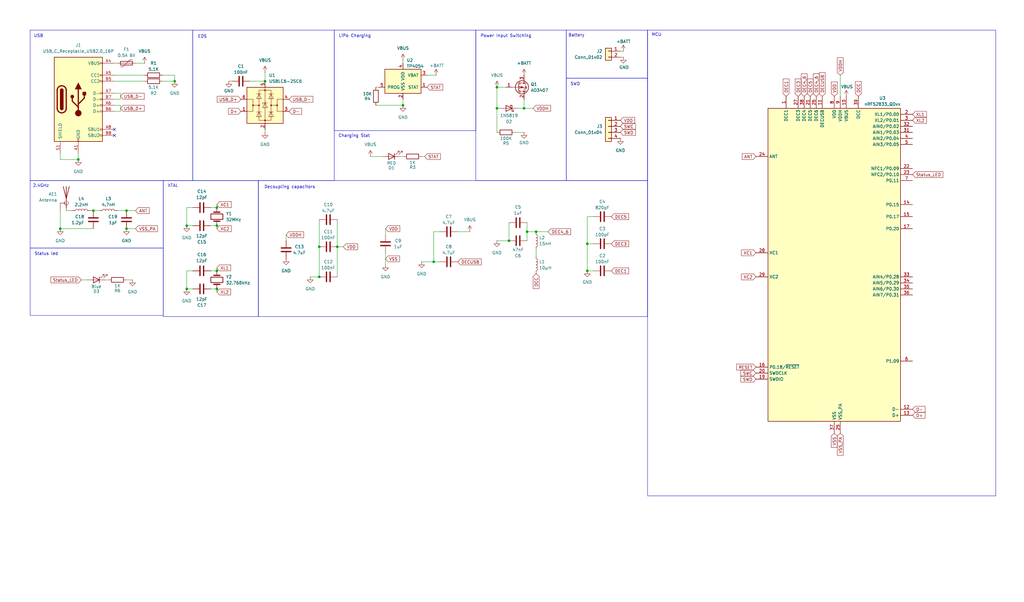
<source format=kicad_sch>
(kicad_sch (version 20250114) (generator "eeschema") (generator_version "9.0")
  (paper "User" 431.8 254)
  (lib_symbols
    (symbol "Device:R" (pin_numbers (hide yes)) (pin_names (offset 0))
      (property "Reference" "R" (at 2.032 0 90))
      (property "Value" "R" (at 0 0 90))
      (symbol "R_1_1"
        (pin passive line (at 0 3.81 270) (length 1.27) (name "~") (number "1"))
        (pin passive line (at 0 -3.81 90) (length 1.27) (name "~") (number "2"))
      )
    )
    (symbol "Library:GND" (power) (pin_numbers (hide yes)) (pin_names (offset 0) (hide yes))
      (property "Value" "GND" (at 0 -3.81 0))
      (symbol "GND_1_1"
        (pin power_in line (at 0 0 270) (length 0) (name "~") (number "1"))
      )
    )
    (symbol "Library:Polyfuse" (pin_numbers (hide yes)) (pin_names (offset 0))
      (property "Reference" "F" (at -2.54 0 90))
      (property "Value" "Polyfuse" (at 2.54 0 90))
      (symbol "Polyfuse_1_1"
        (pin passive line (at 0 3.81 270) (length 1.27) (name "~") (number "1"))
        (pin passive line (at 0 -3.81 90) (length 1.27) (name "~") (number "2"))
      )
    )
    (symbol "PNCATEHO_lowair:+BATT" (power) (pin_numbers (hide yes)) (pin_names (offset 0) (hide yes))
      (property "Value" "+BATT" (at 0 3.556 0))
      (symbol "+BATT_1_1"
        (pin power_in line (at 0 0 90) (length 0) (name "~") (number "1"))
      )
    )
    (symbol "PNCATEHO_lowair:Antenna_Shield" (pin_numbers (hide yes)) (pin_names (offset 1.016) (hide yes))
      (property "Reference" "AE" (at -1.905 4.445 0))
      (property "Value" "Antenna_Shield" (at -1.905 2.54 0))
      (symbol "Antenna_Shield_1_1"
        (pin input line (at 0 -5.08 90) (length 2.54) (name "A") (number "1"))
        (pin input line (at 2.54 -5.08 90) (length 2.54) (name "Shield") (number "2"))
      )
    )
    (symbol "PNCATEHO_lowair:C" (pin_numbers (hide yes)) (pin_names (offset 0.254))
      (property "Reference" "C" (at 0.635 2.54 0))
      (property "Value" "C" (at 0.635 -2.54 0))
      (symbol "C_1_1"
        (pin passive line (at 0 3.81 270) (length 2.794) (name "~") (number "1"))
        (pin passive line (at 0 -3.81 90) (length 2.794) (name "~") (number "2"))
      )
    )
    (symbol "PNCATEHO_lowair:Conn_01x02" (pin_names (offset 1.016) (hide yes))
      (property "Reference" "J" (at 0 2.54 0))
      (property "Value" "Conn_01x02" (at 0 -5.08 0))
      (symbol "Conn_01x02_1_1"
        (pin passive line (at -5.08 0 0) (length 3.81) (name "Pin_1") (number "1"))
        (pin passive line (at -5.08 -2.54 0) (length 3.81) (name "Pin_2") (number "2"))
      )
    )
    (symbol "PNCATEHO_lowair:Conn_01x04" (pin_names (offset 1.016) (hide yes))
      (property "Reference" "J" (at 0 5.08 0))
      (property "Value" "Conn_01x04" (at 0 -7.62 0))
      (symbol "Conn_01x04_1_1"
        (pin passive line (at -5.08 2.54 0) (length 3.81) (name "Pin_1") (number "1"))
        (pin passive line (at -5.08 0 0) (length 3.81) (name "Pin_2") (number "2"))
        (pin passive line (at -5.08 -2.54 0) (length 3.81) (name "Pin_3") (number "3"))
        (pin passive line (at -5.08 -5.08 0) (length 3.81) (name "Pin_4") (number "4"))
      )
    )
    (symbol "PNCATEHO_lowair:Crystal" (pin_numbers (hide yes)) (pin_names (offset 1.016) (hide yes))
      (property "Reference" "Y" (at 0 3.81 0))
      (property "Value" "Crystal" (at 0 -3.81 0))
      (symbol "Crystal_1_1"
        (pin passive line (at -3.81 0 0) (length 1.27) (name "1") (number "1"))
        (pin passive line (at 3.81 0 180) (length 1.27) (name "2") (number "2"))
      )
    )
    (symbol "PNCATEHO_lowair:D_Schottky" (pin_numbers (hide yes)) (pin_names (offset 1.016) (hide yes))
      (property "Reference" "D" (at 0 2.54 0))
      (property "Value" "D_Schottky" (at 0 -2.54 0))
      (symbol "D_Schottky_1_1"
        (pin passive line (at -3.81 0 0) (length 2.54) (name "K") (number "1"))
        (pin passive line (at 3.81 0 180) (length 2.54) (name "A") (number "2"))
      )
    )
    (symbol "PNCATEHO_lowair:GND" (power) (pin_numbers (hide yes)) (pin_names (offset 0) (hide yes))
      (property "Value" "GND" (at 0 -3.81 0))
      (symbol "GND_1_1"
        (pin power_in line (at 0 0 270) (length 0) (name "~") (number "1"))
      )
    )
    (symbol "PNCATEHO_lowair:L" (pin_numbers (hide yes)) (pin_names (offset 1.016) (hide yes))
      (property "Reference" "L" (at -1.27 0 90))
      (property "Value" "L" (at 1.905 0 90))
      (symbol "L_1_1"
        (pin passive line (at 0 3.81 270) (length 1.27) (name "1") (number "1"))
        (pin passive line (at 0 -3.81 90) (length 1.27) (name "2") (number "2"))
      )
    )
    (symbol "PNCATEHO_lowair:LED" (pin_numbers (hide yes)) (pin_names (offset 1.016) (hide yes))
      (property "Reference" "D" (at 0 2.54 0))
      (property "Value" "LED" (at 0 -2.54 0))
      (symbol "LED_1_1"
        (pin passive line (at -3.81 0 0) (length 2.54) (name "K") (number "1"))
        (pin passive line (at 3.81 0 180) (length 2.54) (name "A") (number "2"))
      )
    )
    (symbol "PNCATEHO_lowair:MCP73832-2-OT" (pin_names (offset 1.016))
      (property "Reference" "U" (at -7.62 6.35 0))
      (property "Value" "MCP73832-2-OT" (at 1.27 6.35 0))
      (symbol "MCP73832-2-OT_1_1"
        (pin input line (at -10.16 -2.54 0) (length 2.54) (name "PROG") (number "5"))
        (pin power_in line (at 0 7.62 270) (length 2.54) (name "VDD") (number "4"))
        (pin power_in line (at 0 -7.62 90) (length 2.54) (name "VSS") (number "2"))
        (pin power_out line (at 10.16 2.54 180) (length 2.54) (name "VBAT") (number "3"))
        (pin output line (at 10.16 -2.54 180) (length 2.54) (name "STAT") (number "1"))
      )
    )
    (symbol "PNCATEHO_lowair:Q_PMOS_GSD" (pin_names (offset 0) (hide yes))
      (property "Reference" "Q" (at 5.08 1.27 0))
      (property "Value" "Q_PMOS_GSD" (at 5.08 -1.27 0))
      (symbol "Q_PMOS_GSD_1_1"
        (pin input line (at -5.08 0 0) (length 2.54) (name "G") (number "1"))
        (pin passive line (at 2.54 5.08 270) (length 2.54) (name "D") (number "3"))
        (pin passive line (at 2.54 -5.08 90) (length 2.54) (name "S") (number "2"))
      )
    )
    (symbol "PNCATEHO_lowair:R" (pin_numbers (hide yes)) (pin_names (offset 0))
      (property "Reference" "R" (at 2.032 0 90))
      (property "Value" "R" (at 0 0 90))
      (symbol "R_1_1"
        (pin passive line (at 0 3.81 270) (length 1.27) (name "~") (number "1"))
        (pin passive line (at 0 -3.81 90) (length 1.27) (name "~") (number "2"))
      )
    )
    (symbol "PNCATEHO_lowair:USBLC6-2SC6" (pin_names (hide yes))
      (property "Reference" "U" (at 2.54 8.89 0))
      (property "Value" "USBLC6-2SC6" (at 2.54 -8.89 0))
      (symbol "USBLC6-2SC6_1_1"
        (pin passive line (at -10.16 2.54 0) (length 2.54) (name "I/O1") (number "6"))
        (pin passive line (at -10.16 -2.54 0) (length 2.54) (name "I/O1") (number "1"))
        (pin passive line (at 0 10.16 270) (length 2.54) (name "VBUS") (number "5"))
        (pin passive line (at 0 -10.16 90) (length 2.54) (name "GND") (number "2"))
        (pin passive line (at 10.16 2.54 180) (length 2.54) (name "I/O2") (number "4"))
        (pin passive line (at 10.16 -2.54 180) (length 2.54) (name "I/O2") (number "3"))
      )
    )
    (symbol "PNCATEHO_lowair:USB_C_Receptacle_USB2.0_16P" (pin_names (offset 1.016))
      (property "Reference" "J" (at 0 22.225 0))
      (property "Value" "USB_C_Receptacle_USB2.0_16P" (at 0 19.685 0))
      (symbol "USB_C_Receptacle_USB2.0_16P_1_1"
        (pin passive line (at -7.62 -22.86 90) (length 5.08) (name "SHIELD") (number "S1"))
        (pin passive line (at 0 -22.86 90) (length 5.08) (name "GND") (number "A1"))
        (pin passive line (at 0 -22.86 90) (length 5.08) (hide yes) (name "GND") (number "A12"))
        (pin passive line (at 0 -22.86 90) (length 5.08) (hide yes) (name "GND") (number "B1"))
        (pin passive line (at 0 -22.86 90) (length 5.08) (hide yes) (name "GND") (number "B12"))
        (pin passive line (at 15.24 15.24 180) (length 5.08) (name "VBUS") (number "A4"))
        (pin passive line (at 15.24 15.24 180) (length 5.08) (hide yes) (name "VBUS") (number "A9"))
        (pin passive line (at 15.24 15.24 180) (length 5.08) (hide yes) (name "VBUS") (number "B4"))
        (pin passive line (at 15.24 15.24 180) (length 5.08) (hide yes) (name "VBUS") (number "B9"))
        (pin bidirectional line (at 15.24 10.16 180) (length 5.08) (name "CC1") (number "A5"))
        (pin bidirectional line (at 15.24 7.62 180) (length 5.08) (name "CC2") (number "B5"))
        (pin bidirectional line (at 15.24 2.54 180) (length 5.08) (name "D-") (number "A7"))
        (pin bidirectional line (at 15.24 0 180) (length 5.08) (name "D-") (number "B7"))
        (pin bidirectional line (at 15.24 -2.54 180) (length 5.08) (name "D+") (number "A6"))
        (pin bidirectional line (at 15.24 -5.08 180) (length 5.08) (name "D+") (number "B6"))
        (pin bidirectional line (at 15.24 -12.7 180) (length 5.08) (name "SBU1") (number "A8"))
        (pin bidirectional line (at 15.24 -15.24 180) (length 5.08) (name "SBU2") (number "B8"))
      )
    )
    (symbol "PNCATEHO_lowair:VBUS" (power) (pin_numbers (hide yes)) (pin_names (offset 0) (hide yes))
      (property "Value" "VBUS" (at 0 3.556 0))
      (symbol "VBUS_1_1"
        (pin power_in line (at 0 0 90) (length 0) (name "~") (number "1"))
      )
    )
    (symbol "PNCATEHO_lowair:nRF52833_QDxx"
      (property "Reference" "U" (at 0 5.08 0))
      (property "Value" "nRF52833_QDxx" (at 0 2.54 0))
      (symbol "nRF52833_QDxx_1_1"
        (pin passive line (at -33.02 45.72 0) (length 5.08) (name "ANT") (number "24"))
        (pin input line (at -33.02 5.08 0) (length 5.08) (name "XC1") (number "28"))
        (pin input line (at -33.02 -5.08 0) (length 5.08) (name "XC2") (number "29"))
        (pin bidirectional line (at -33.02 -43.18 0) (length 5.08) (name "P0.18/~{RESET}") (number "16"))
        (pin input line (at -33.02 -45.72 0) (length 5.08) (name "SWDCLK") (number "20"))
        (pin bidirectional line (at -33.02 -48.26 0) (length 5.08) (name "SWDIO") (number "19"))
        (pin passive line (at -20.32 71.12 270) (length 5.08) (name "DEC1") (number "1"))
        (pin passive line (at -15.24 71.12 270) (length 5.08) (name "DEC3") (number "27"))
        (pin passive line (at -12.7 71.12 270) (length 5.08) (name "DEC4") (number "38"))
        (pin passive line (at -10.16 71.12 270) (length 5.08) (name "DEC5") (number "21"))
        (pin passive line (at -7.62 71.12 270) (length 5.08) (name "DEC6") (number "26"))
        (pin passive line (at -5.08 71.12 270) (length 5.08) (name "DECUSB") (number "11"))
        (pin passive line (at 0 71.12 270) (length 5.08) (hide yes) (name "VDD") (number "18"))
        (pin passive line (at 0 71.12 270) (length 5.08) (hide yes) (name "VDD") (number "30"))
        (pin passive line (at 0 71.12 270) (length 5.08) (hide yes) (name "VDD") (number "40"))
        (pin power_in line (at 0 71.12 270) (length 5.08) (name "VDD") (number "8"))
        (pin power_in line (at 0 -71.12 90) (length 5.08) (name "VSS") (number "37"))
        (pin passive line (at 0 -71.12 90) (length 5.08) (hide yes) (name "VSS") (number "41"))
        (pin power_in line (at 2.54 71.12 270) (length 5.08) (name "VDDH") (number "9"))
        (pin power_in line (at 2.54 -71.12 90) (length 5.08) (name "VSS_PA") (number "25"))
        (pin power_in line (at 5.08 71.12 270) (length 5.08) (name "VBUS") (number "10"))
        (pin power_out line (at 10.16 71.12 270) (length 5.08) (name "DCC") (number "39"))
        (pin bidirectional line (at 33.02 63.5 180) (length 5.08) (name "XL1/P0.00") (number "2"))
        (pin bidirectional line (at 33.02 60.96 180) (length 5.08) (name "XL2/P0.01") (number "3"))
        (pin bidirectional line (at 33.02 58.42 180) (length 5.08) (name "AIN0/P0.02") (number "32"))
        (pin bidirectional line (at 33.02 55.88 180) (length 5.08) (name "AIN1/P0.03") (number "31"))
        (pin bidirectional line (at 33.02 53.34 180) (length 5.08) (name "AIN2/P0.04") (number "4"))
        (pin bidirectional line (at 33.02 50.8 180) (length 5.08) (name "AIN3/P0.05") (number "5"))
        (pin bidirectional line (at 33.02 40.64 180) (length 5.08) (name "NFC1/P0.09") (number "22"))
        (pin bidirectional line (at 33.02 38.1 180) (length 5.08) (name "NFC2/P0.10") (number "23"))
        (pin bidirectional line (at 33.02 35.56 180) (length 5.08) (name "P0.11") (number "7"))
        (pin bidirectional line (at 33.02 25.4 180) (length 5.08) (name "P0.15") (number "14"))
        (pin bidirectional line (at 33.02 20.32 180) (length 5.08) (name "P0.17") (number "15"))
        (pin bidirectional line (at 33.02 15.24 180) (length 5.08) (name "P0.20") (number "17"))
        (pin bidirectional line (at 33.02 -5.08 180) (length 5.08) (name "AIN4/P0.28") (number "33"))
        (pin bidirectional line (at 33.02 -7.62 180) (length 5.08) (name "AIN5/P0.29") (number "34"))
        (pin bidirectional line (at 33.02 -10.16 180) (length 5.08) (name "AIN6/P0.30") (number "35"))
        (pin bidirectional line (at 33.02 -12.7 180) (length 5.08) (name "AIN7/P0.31") (number "36"))
        (pin bidirectional line (at 33.02 -40.64 180) (length 5.08) (name "P1.09") (number "6"))
        (pin bidirectional line (at 33.02 -60.96 180) (length 5.08) (name "D-") (number "12"))
        (pin bidirectional line (at 33.02 -63.5 180) (length 5.08) (name "D+") (number "13"))
      )
    )
  )
  (rectangle (start 108.966 76.2) (end 273.05 133.604))
  (rectangle (start 140.97 12.7) (end 200.66 55.118))
  (rectangle (start 238.76 33.02) (end 273.05 76.2))
  (rectangle (start 12.7 12.7) (end 81.28 76.2))
  (rectangle (start 81.28 12.7) (end 140.97 76.2))
  (rectangle (start 200.66 12.7) (end 238.76 76.2))
  (rectangle (start 273.05 12.7) (end 419.862 209.296))
  (rectangle (start 12.7 76.2) (end 68.834 104.648))
  (rectangle (start 238.76 12.7) (end 273.05 33.02))
  (rectangle (start 68.834 76.2) (end 108.966 133.604))
  (rectangle (start 12.7 104.648) (end 68.834 133.096))
  (text "EDS" (at 85.344 15.494 0) (effects (font (size 1.27 1.27))))
  (text "Status led" (at 19.558 107.188 0) (effects (font (size 1.27 1.27))))
  (text "Power Input Switching" (at 213.36 15.24 0) (effects (font (size 1.27 1.27))))
  (text "USB" (at 16.256 15.24 0) (effects (font (size 1.27 1.27))))
  (text "LiPo Charging " (at 150.114 15.24 0) (effects (font (size 1.27 1.27))))
  (text "XTAL" (at 72.898 78.486 0) (effects (font (size 1.27 1.27))))
  (text "2.4GHz" (at 17.272 78.486 0) (effects (font (size 1.27 1.27))))
  (text "Charging Stat" (at 149.352 57.404 0) (effects (font (size 1.27 1.27))))
  (text "SWD" (at 242.57 35.56 0) (effects (font (size 1.27 1.27))))
  (text "Battery" (at 243.078 14.986 0) (effects (font (size 1.27 1.27))))
  (text "Decoupling capacitors" (at 122.174 78.994 0) (effects (font (size 1.27 1.27))))
  (text "MCU" (at 276.86 14.732 0) (effects (font (size 1.27 1.27))))
  (junction (at 53.34 88.9))
  (junction (at 220.98 45.72))
  (junction (at 214.63 101.6))
  (junction (at 169.926 44.45))
  (junction (at 91.44 121.92))
  (junction (at 39.37 88.9))
  (junction (at 142.24 104.14))
  (junction (at 91.44 114.3))
  (junction (at 247.65 102.87))
  (junction (at 91.44 95.25))
  (junction (at 222.25 97.79))
  (junction (at 182.88 110.49))
  (junction (at 78.74 95.25))
  (junction (at 111.76 34.29))
  (junction (at 134.62 104.14))
  (junction (at 209.55 45.72))
  (junction (at 33.02 67.31))
  (junction (at 134.62 116.84))
  (junction (at 91.44 87.63))
  (junction (at 78.74 121.92))
  (junction (at 209.55 36.83))
  (junction (at 25.4 96.52))
  (junction (at 53.34 96.52))
  (junction (at 73.66 34.29))
  (junction (at 247.65 114.3))
  (junction (at 226.06 97.79))
  (no_connect (at 48.26 54.61))
  (no_connect (at 48.26 57.15))
  (wire (pts (xy 169.926 25.4) (xy 169.926 26.67)))
  (wire (pts (xy 247.65 102.87) (xy 247.65 114.3)))
  (wire (pts (xy 169.926 41.91) (xy 169.926 44.45)))
  (wire (pts (xy 214.63 93.98) (xy 214.63 101.6)))
  (wire (pts (xy 81.28 87.63) (xy 78.74 87.63)))
  (wire (pts (xy 53.34 88.9) (xy 49.53 88.9)))
  (wire (pts (xy 39.37 88.9) (xy 38.1 88.9)))
  (wire (pts (xy 182.88 110.49) (xy 185.42 110.49)))
  (wire (pts (xy 88.9 95.25) (xy 91.44 95.25)))
  (wire (pts (xy 120.65 99.06) (xy 120.65 101.6)))
  (wire (pts (xy 250.19 91.44) (xy 247.65 91.44)))
  (wire (pts (xy 88.9 121.92) (xy 91.44 121.92)))
  (wire (pts (xy 210.82 45.72) (xy 209.55 45.72)))
  (wire (pts (xy 250.19 102.87) (xy 247.65 102.87)))
  (wire (pts (xy 209.55 45.72) (xy 209.55 55.88)))
  (wire (pts (xy 111.76 55.88) (xy 111.76 54.61)))
  (wire (pts (xy 142.24 92.71) (xy 142.24 104.14)))
  (wire (pts (xy 78.74 87.63) (xy 78.74 95.25)))
  (wire (pts (xy 50.8 44.45) (xy 50.8 46.99)))
  (wire (pts (xy 41.91 88.9) (xy 39.37 88.9)))
  (wire (pts (xy 91.44 113.03) (xy 91.44 114.3)))
  (wire (pts (xy 262.89 21.59) (xy 261.62 21.59)))
  (wire (pts (xy 262.89 24.13) (xy 261.62 24.13)))
  (wire (pts (xy 183.896 31.75) (xy 180.086 31.75)))
  (wire (pts (xy 50.8 39.37) (xy 50.8 41.91)))
  (wire (pts (xy 57.15 96.52) (xy 53.34 96.52)))
  (wire (pts (xy 91.44 86.36) (xy 91.44 87.63)))
  (wire (pts (xy 213.36 36.83) (xy 209.55 36.83)))
  (wire (pts (xy 25.4 67.31) (xy 25.4 64.77)))
  (wire (pts (xy 144.78 104.14) (xy 142.24 104.14)))
  (wire (pts (xy 88.9 87.63) (xy 91.44 87.63)))
  (wire (pts (xy 57.15 88.9) (xy 53.34 88.9)))
  (wire (pts (xy 222.25 97.79) (xy 226.06 97.79)))
  (wire (pts (xy 247.65 114.3) (xy 250.19 114.3)))
  (wire (pts (xy 60.96 31.75) (xy 48.26 31.75)))
  (wire (pts (xy 177.8 110.49) (xy 182.88 110.49)))
  (wire (pts (xy 134.62 92.71) (xy 134.62 104.14)))
  (wire (pts (xy 78.74 114.3) (xy 78.74 121.92)))
  (wire (pts (xy 209.55 36.83) (xy 209.55 45.72)))
  (wire (pts (xy 25.4 88.9) (xy 25.4 96.52)))
  (wire (pts (xy 48.26 46.99) (xy 50.8 46.99)))
  (wire (pts (xy 222.25 93.98) (xy 222.25 97.79)))
  (wire (pts (xy 33.02 64.77) (xy 33.02 67.31)))
  (wire (pts (xy 25.4 96.52) (xy 39.37 96.52)))
  (wire (pts (xy 30.48 88.9) (xy 27.94 88.9)))
  (wire (pts (xy 44.45 118.11) (xy 45.72 118.11)))
  (wire (pts (xy 182.88 97.79) (xy 182.88 110.49)))
  (wire (pts (xy 73.66 34.29) (xy 68.58 34.29)))
  (wire (pts (xy 226.06 105.41) (xy 226.06 107.95)))
  (wire (pts (xy 220.98 41.91) (xy 220.98 45.72)))
  (wire (pts (xy 220.98 45.72) (xy 224.79 45.72)))
  (wire (pts (xy 78.74 121.92) (xy 81.28 121.92)))
  (wire (pts (xy 134.62 104.14) (xy 134.62 116.84)))
  (wire (pts (xy 247.65 91.44) (xy 247.65 102.87)))
  (wire (pts (xy 81.28 114.3) (xy 78.74 114.3)))
  (wire (pts (xy 226.06 97.79) (xy 231.14 97.79)))
  (wire (pts (xy 91.44 123.19) (xy 91.44 121.92)))
  (wire (pts (xy 198.12 97.79) (xy 193.04 97.79)))
  (wire (pts (xy 105.41 34.29) (xy 111.76 34.29)))
  (wire (pts (xy 73.66 31.75) (xy 73.66 34.29)))
  (wire (pts (xy 60.96 34.29) (xy 48.26 34.29)))
  (wire (pts (xy 209.55 101.6) (xy 214.63 101.6)))
  (wire (pts (xy 162.56 111.76) (xy 162.56 106.68)))
  (wire (pts (xy 60.96 26.67) (xy 57.15 26.67)))
  (wire (pts (xy 48.26 41.91) (xy 50.8 41.91)))
  (wire (pts (xy 220.98 55.88) (xy 217.17 55.88)))
  (wire (pts (xy 158.496 36.83) (xy 159.766 36.83)))
  (wire (pts (xy 111.76 30.48) (xy 111.76 34.29)))
  (wire (pts (xy 177.8 66.04) (xy 179.07 66.04)))
  (wire (pts (xy 162.56 96.52) (xy 162.56 99.06)))
  (wire (pts (xy 78.74 95.25) (xy 81.28 95.25)))
  (wire (pts (xy 88.9 114.3) (xy 91.44 114.3)))
  (wire (pts (xy 48.26 44.45) (xy 50.8 44.45)))
  (wire (pts (xy 91.44 96.52) (xy 91.44 95.25)))
  (wire (pts (xy 182.88 97.79) (xy 185.42 97.79)))
  (wire (pts (xy 48.26 39.37) (xy 50.8 39.37)))
  (wire (pts (xy 169.926 44.45) (xy 158.496 44.45)))
  (wire (pts (xy 222.25 97.79) (xy 222.25 101.6)))
  (wire (pts (xy 142.24 104.14) (xy 142.24 116.84)))
  (wire (pts (xy 156.21 66.04) (xy 161.29 66.04)))
  (wire (pts (xy 33.02 67.31) (xy 25.4 67.31)))
  (wire (pts (xy 49.53 26.67) (xy 48.26 26.67)))
  (wire (pts (xy 354.33 31.75) (xy 354.33 40.64)))
  (wire (pts (xy 218.44 45.72) (xy 220.98 45.72)))
  (wire (pts (xy 130.81 116.84) (xy 134.62 116.84)))
  (wire (pts (xy 168.91 66.04) (xy 170.18 66.04)))
  (wire (pts (xy 53.34 118.11) (xy 55.88 118.11)))
  (wire (pts (xy 96.52 34.29) (xy 97.79 34.29)))
  (wire (pts (xy 34.29 118.11) (xy 36.83 118.11)))
  (wire (pts (xy 68.58 31.75) (xy 73.66 31.75)))
  (global_label "VSS" (shape input) (at 162.56 109.22 0) (property "Intersheetrefs" "${INTERSHEET_REFS}" (effects (hide yes))))
  (global_label "USB_D-" (shape input) (at 121.92 41.91 0) (property "Intersheetrefs" "${INTERSHEET_REFS}" (effects (hide yes))))
  (global_label "STAT" (shape input) (at 179.07 66.04 0) (property "Intersheetrefs" "${INTERSHEET_REFS}" (effects (hide yes))))
  (global_label "USB_D+" (shape input) (at 50.8 45.72 0) (property "Intersheetrefs" "${INTERSHEET_REFS}" (effects (hide yes))))
  (global_label "DEC1" (shape input) (at 257.81 114.3 0) (property "Intersheetrefs" "${INTERSHEET_REFS}" (effects (hide yes))))
  (global_label "DEC5" (shape input) (at 341.63 40.64 90) (property "Intersheetrefs" "${INTERSHEET_REFS}" (effects (hide yes))))
  (global_label "DEC1" (shape input) (at 331.47 40.64 90) (property "Intersheetrefs" "${INTERSHEET_REFS}" (effects (hide yes))))
  (global_label "ANT" (shape input) (at 57.15 88.9 0) (property "Intersheetrefs" "${INTERSHEET_REFS}" (effects (hide yes))))
  (global_label "USB_D-" (shape input) (at 50.8 40.64 0) (property "Intersheetrefs" "${INTERSHEET_REFS}" (effects (hide yes))))
  (global_label "VDD" (shape input) (at 351.79 40.64 90) (property "Intersheetrefs" "${INTERSHEET_REFS}" (effects (hide yes))))
  (global_label "Status_LED" (shape input) (at 384.81 73.66 0) (property "Intersheetrefs" "${INTERSHEET_REFS}" (effects (hide yes))))
  (global_label "XL1" (shape input) (at 91.44 113.03 0) (property "Intersheetrefs" "${INTERSHEET_REFS}" (effects (hide yes))))
  (global_label "DCC" (shape input) (at 361.95 40.64 90) (property "Intersheetrefs" "${INTERSHEET_REFS}" (effects (hide yes))))
  (global_label "DECUSB" (shape input) (at 346.71 40.64 90) (property "Intersheetrefs" "${INTERSHEET_REFS}" (effects (hide yes))))
  (global_label "DECUSB" (shape input) (at 193.04 110.49 0) (property "Intersheetrefs" "${INTERSHEET_REFS}" (effects (hide yes))))
  (global_label "SWD" (shape input) (at 261.62 55.88 0) (property "Intersheetrefs" "${INTERSHEET_REFS}" (effects (hide yes))))
  (global_label "RESET" (shape input) (at 318.77 154.94 180) (property "Intersheetrefs" "${INTERSHEET_REFS}" (effects (hide yes))))
  (global_label "XC1" (shape input) (at 91.44 86.36 0) (property "Intersheetrefs" "${INTERSHEET_REFS}" (effects (hide yes))))
  (global_label "XC1" (shape input) (at 318.77 106.68 180) (property "Intersheetrefs" "${INTERSHEET_REFS}" (effects (hide yes))))
  (global_label "XC2" (shape input) (at 318.77 116.84 180) (property "Intersheetrefs" "${INTERSHEET_REFS}" (effects (hide yes))))
  (global_label "VSS" (shape input) (at 351.79 182.88 270) (property "Intersheetrefs" "${INTERSHEET_REFS}" (effects (hide yes))))
  (global_label "XC2" (shape input) (at 91.44 96.52 0) (property "Intersheetrefs" "${INTERSHEET_REFS}" (effects (hide yes))))
  (global_label "ANT" (shape input) (at 318.77 66.04 180) (property "Intersheetrefs" "${INTERSHEET_REFS}" (effects (hide yes))))
  (global_label "SWC" (shape input) (at 318.77 157.48 180) (property "Intersheetrefs" "${INTERSHEET_REFS}" (effects (hide yes))))
  (global_label "STAT" (shape input) (at 180.086 36.83 0) (property "Intersheetrefs" "${INTERSHEET_REFS}" (effects (hide yes))))
  (global_label "D+" (shape input) (at 384.81 175.26 0) (property "Intersheetrefs" "${INTERSHEET_REFS}" (effects (hide yes))))
  (global_label "SWC" (shape input) (at 261.62 53.34 0) (property "Intersheetrefs" "${INTERSHEET_REFS}" (effects (hide yes))))
  (global_label "USB_D+" (shape input) (at 101.6 41.91 180) (property "Intersheetrefs" "${INTERSHEET_REFS}" (effects (hide yes))))
  (global_label "VDD" (shape input) (at 261.62 50.8 0) (property "Intersheetrefs" "${INTERSHEET_REFS}" (effects (hide yes))))
  (global_label "XL2" (shape input) (at 384.81 50.8 0) (property "Intersheetrefs" "${INTERSHEET_REFS}" (effects (hide yes))))
  (global_label "XL2" (shape input) (at 91.44 123.19 0) (property "Intersheetrefs" "${INTERSHEET_REFS}" (effects (hide yes))))
  (global_label "DEC4_6" (shape input) (at 339.09 40.64 90) (property "Intersheetrefs" "${INTERSHEET_REFS}" (effects (hide yes))))
  (global_label "Status_LED" (shape input) (at 34.29 118.11 180) (property "Intersheetrefs" "${INTERSHEET_REFS}" (effects (hide yes))))
  (global_label "VDDH" (shape input) (at 354.33 31.75 90) (property "Intersheetrefs" "${INTERSHEET_REFS}" (effects (hide yes))))
  (global_label "DEC3" (shape input) (at 257.81 102.87 0) (property "Intersheetrefs" "${INTERSHEET_REFS}" (effects (hide yes))))
  (global_label "DEC4_6" (shape input) (at 231.14 97.79 0) (property "Intersheetrefs" "${INTERSHEET_REFS}" (effects (hide yes))))
  (global_label "VSS_PA" (shape input) (at 57.15 96.52 0) (property "Intersheetrefs" "${INTERSHEET_REFS}" (effects (hide yes))))
  (global_label "VDD" (shape input) (at 162.56 96.52 0) (property "Intersheetrefs" "${INTERSHEET_REFS}" (effects (hide yes))))
  (global_label "XL1" (shape input) (at 384.81 48.26 0) (property "Intersheetrefs" "${INTERSHEET_REFS}" (effects (hide yes))))
  (global_label "VDD" (shape input) (at 144.78 104.14 0) (property "Intersheetrefs" "${INTERSHEET_REFS}" (effects (hide yes))))
  (global_label "VSS_PA" (shape input) (at 354.33 182.88 270) (property "Intersheetrefs" "${INTERSHEET_REFS}" (effects (hide yes))))
  (global_label "DEC4_6" (shape input) (at 344.17 40.64 90) (property "Intersheetrefs" "${INTERSHEET_REFS}" (effects (hide yes))))
  (global_label "DCC" (shape input) (at 226.06 115.57 270) (property "Intersheetrefs" "${INTERSHEET_REFS}" (effects (hide yes))))
  (global_label "DEC3" (shape input) (at 336.55 40.64 90) (property "Intersheetrefs" "${INTERSHEET_REFS}" (effects (hide yes))))
  (global_label "D-" (shape input) (at 384.81 172.72 0) (property "Intersheetrefs" "${INTERSHEET_REFS}" (effects (hide yes))))
  (global_label "VDDH" (shape input) (at 120.65 99.06 0) (property "Intersheetrefs" "${INTERSHEET_REFS}" (effects (hide yes))))
  (global_label "VDDH" (shape input) (at 224.79 45.72 0) (property "Intersheetrefs" "${INTERSHEET_REFS}" (effects (hide yes))))
  (global_label "DEC5" (shape input) (at 257.81 91.44 0) (property "Intersheetrefs" "${INTERSHEET_REFS}" (effects (hide yes))))
  (global_label "D-" (shape input) (at 121.92 46.99 0) (property "Intersheetrefs" "${INTERSHEET_REFS}" (effects (hide yes))))
  (global_label "D+" (shape input) (at 101.6 46.99 180) (property "Intersheetrefs" "${INTERSHEET_REFS}" (effects (hide yes))))
  (global_label "SWD" (shape input) (at 318.77 160.02 180) (property "Intersheetrefs" "${INTERSHEET_REFS}" (effects (hide yes))))
  (symbol (lib_id "PNCATEHO_lowair:L") (at 226.06 101.6 0) (unit 1)
    (property "Reference" "L2" (at 227.33 100.3299 0) (effects (justify left)))
    (property "Value" "15nH" (at 227.33 102.8699 0) (effects (justify left)))
    (property "Footprint" "PNCATEHO_lowair:L_0402_1005Metric_Pad0.77x0.64mm_HandSolder" (effects (hide yes)))
    (property "Description" "Inductor" (effects (hide yes)))
  )
  (symbol (lib_id "PNCATEHO_lowair:C") (at 189.23 110.49 90) (unit 1)
    (property "Reference" "C8" (at 189.23 104.14 90))
    (property "Value" "4.7uF" (at 189.23 106.68 90))
    (property "Footprint" "PNCATEHO_lowair:C_0603_1608Metric_Pad1.08x0.95mm_HandSolder" (effects (hide yes)))
    (property "Description" "Unpolarized capacitor" (effects (hide yes)))
  )
  (symbol (lib_id "PNCATEHO_lowair:R") (at 173.99 66.04 270) (unit 1)
    (property "Reference" "R3" (at 173.99 70.612 90))
    (property "Value" "1K" (at 173.99 68.58 90))
    (property "Footprint" "PNCATEHO_lowair:R_0603_1608Metric_Pad0.98x0.95mm_HandSolder" (effects (hide yes)))
    (property "Description" "Resistor" (effects (hide yes)))
  )
  (symbol (lib_id "PNCATEHO_lowair:GND") (at 247.65 114.3 0) (unit 1)
    (property "Reference" "#PWR013" (effects (hide yes)))
    (property "Value" "GND" (at 247.65 119.0625 0))
    (property "Description" "Power symbol creates a global label with name \"GND\" , ground" (effects (hide yes)))
  )
  (symbol (lib_id "PNCATEHO_lowair:D_Schottky") (at 214.63 45.72 180) (unit 1)
    (property "Reference" "D2" (at 214.63 51.308 0))
    (property "Value" "1N5819" (at 214.63 48.768 0))
    (property "Footprint" "PNCATEHO_lowair:D_SOD-323_HandSoldering" (effects (hide yes)))
    (property "Description" "Schottky diode" (effects (hide yes)))
  )
  (symbol (lib_id "PNCATEHO_lowair:GND") (at 53.34 96.52 0) (mirror y) (unit 1)
    (property "Reference" "#PWR028" (effects (hide yes)))
    (property "Value" "GND" (at 53.34 101.6 0))
    (property "Description" "Power symbol creates a global label with name \"GND\" , ground" (effects (hide yes)))
  )
  (symbol (lib_id "Device:R") (at 64.77 34.29 270) (unit 1)
    (property "Reference" "R2" (at 64.77 39.37 90))
    (property "Value" "5.1K" (at 64.77 36.83 90))
    (property "Footprint" "PNCATEHO_lowair:R_0603_1608Metric_Pad0.98x0.95mm_HandSolder" (effects (hide yes)))
    (property "Description" "Resistor" (effects (hide yes)))
  )
  (symbol (lib_id "PNCATEHO_lowair:VBUS") (at 169.926 25.4 0) (mirror y) (unit 1)
    (property "Reference" "#PWR011" (effects (hide yes)))
    (property "Value" "VBUS" (at 169.926 20.32 0))
    (property "Description" "Power symbol creates a global label with name \"VBUS\"" (effects (hide yes)))
  )
  (symbol (lib_id "Library:GND") (at 96.52 34.29 0) (unit 1)
    (property "Reference" "#PWR05" (effects (hide yes)))
    (property "Value" "GND" (at 96.52 38.354 0))
    (property "Description" "Global ground symbol" (effects (hide yes)))
  )
  (symbol (lib_id "PNCATEHO_lowair:L") (at 34.29 88.9 270) (mirror x) (unit 1)
    (property "Reference" "L4" (at 34.29 83.82 90))
    (property "Value" "2.2nH" (at 34.29 86.36 90))
    (property "Footprint" "PNCATEHO_lowair:L_0201_0603Metric_Pad0.64x0.40mm_HandSolder" (effects (hide yes)))
    (property "Description" "Inductor" (effects (hide yes)))
  )
  (symbol (lib_id "PNCATEHO_lowair:C") (at 254 114.3 90) (unit 1)
    (property "Reference" "C2" (at 254 107.95 90))
    (property "Value" "100nF" (at 254 110.49 90))
    (property "Footprint" "PNCATEHO_lowair:C_0201_0603Metric_Pad0.64x0.40mm_HandSolder" (effects (hide yes)))
    (property "Description" "Unpolarized capacitor" (effects (hide yes)))
  )
  (symbol (lib_id "PNCATEHO_lowair:MCP73832-2-OT") (at 169.926 34.29 0) (unit 1)
    (property "Reference" "U2" (at 171.45 25.4 0) (effects (justify left)))
    (property "Value" "TP4054" (at 171.45 27.94 0) (effects (justify left)))
    (property "Footprint" "PNCATEHO_lowair:SOT-23-5" (effects (hide yes)))
    (property "Datasheet" "http://ww1.microchip.com/downloads/en/DeviceDoc/20001984g.pdf" (effects (hide yes)))
    (property "Description" "Single cell, Li-Ion/Li-Po charge management controller, 4.20V, Open-Drain Status Output, in SOT23-5 package" (effects (hide yes)))
  )
  (symbol (lib_id "PNCATEHO_lowair:GND") (at 55.88 118.11 0) (unit 1)
    (property "Reference" "#PWR029" (effects (hide yes)))
    (property "Value" "GND" (at 55.88 123.19 0))
    (property "Description" "Power symbol creates a global label with name \"GND\" , ground" (effects (hide yes)))
  )
  (symbol (lib_id "PNCATEHO_lowair:Antenna_Shield") (at 27.94 83.82 0) (mirror y) (unit 1)
    (property "Reference" "AE1" (at 24.13 81.9149 0) (effects (justify left)))
    (property "Value" "Antenna" (at 24.13 84.4549 0) (effects (justify left)))
    (property "Footprint" "PNCATEHO_lowair:Texas_SWRA117D_2.4GHz_Left" (effects (hide yes)))
    (property "Description" "Antenna with extra pin for shielding" (effects (hide yes)))
  )
  (symbol (lib_id "PNCATEHO_lowair:C") (at 218.44 93.98 90) (unit 1)
    (property "Reference" "C5" (at 218.44 87.376 90))
    (property "Value" "1uF" (at 218.44 89.916 90))
    (property "Footprint" "PNCATEHO_lowair:C_0402_1005Metric_Pad0.74x0.62mm_HandSolder" (effects (hide yes)))
    (property "Description" "Unpolarized capacitor" (effects (hide yes)))
  )
  (symbol (lib_id "PNCATEHO_lowair:C") (at 218.44 101.6 90) (unit 1)
    (property "Reference" "C6" (at 218.44 107.95 90))
    (property "Value" "47nF" (at 218.44 105.41 90))
    (property "Footprint" "PNCATEHO_lowair:C_0201_0603Metric_Pad0.64x0.40mm_HandSolder" (effects (hide yes)))
    (property "Description" "Unpolarized capacitor" (effects (hide yes)))
  )
  (symbol (lib_id "PNCATEHO_lowair:R") (at 158.496 40.64 0) (mirror y) (unit 1)
    (property "Reference" "R4" (at 154.94 41.656 0))
    (property "Value" "10K" (at 154.94 39.624 0))
    (property "Footprint" "PNCATEHO_lowair:R_0603_1608Metric_Pad0.98x0.95mm_HandSolder" (effects (hide yes)))
    (property "Description" "Resistor" (effects (hide yes)))
  )
  (symbol (lib_id "PNCATEHO_lowair:Conn_01x02") (at 256.54 21.59 0) (mirror y) (unit 1)
    (property "Reference" "J2" (at 254 21.5899 0) (effects (justify left)))
    (property "Value" "Conn_01x02" (at 254 24.1299 0) (effects (justify left)))
    (property "Description" "Generic connector, single row, 01x02, script generated (kicad-library-utils/schlib/autogen/connector/)" (effects (hide yes)))
  )
  (symbol (lib_id "PNCATEHO_lowair:C") (at 85.09 87.63 90) (unit 1)
    (property "Reference" "C14" (at 85.09 80.772 90))
    (property "Value" "12pF" (at 85.09 83.312 90))
    (property "Footprint" "PNCATEHO_lowair:C_0201_0603Metric_Pad0.64x0.40mm_HandSolder" (effects (hide yes)))
    (property "Description" "Unpolarized capacitor" (effects (hide yes)))
  )
  (symbol (lib_id "PNCATEHO_lowair:GND") (at 262.89 24.13 0) (mirror y) (unit 1)
    (property "Reference" "#PWR014" (effects (hide yes)))
    (property "Value" "GND" (at 263.144 28.448 0))
    (property "Description" "Power symbol creates a global label with name \"GND\" , ground" (effects (hide yes)))
  )
  (symbol (lib_id "PNCATEHO_lowair:Conn_01x04") (at 256.54 53.34 0) (mirror y) (unit 1)
    (property "Reference" "J3" (at 254 53.3399 0) (effects (justify left)))
    (property "Value" "Conn_01x04" (at 254 55.8799 0) (effects (justify left)))
    (property "Footprint" "PNCATEHO_lowair:connector_swd_REV" (effects (hide yes)))
    (property "Description" "Generic connector, single row, 01x04, script generated (kicad-library-utils/schlib/autogen/connector/)" (effects (hide yes)))
  )
  (symbol (lib_id "PNCATEHO_lowair:+BATT") (at 262.89 21.59 0) (mirror y) (unit 1)
    (property "Reference" "#PWR015" (effects (hide yes)))
    (property "Value" "+BATT" (at 262.89 17.526 0))
    (property "Description" "Power symbol creates a global label with name \"+BATT\"" (effects (hide yes)))
  )
  (symbol (lib_id "PNCATEHO_lowair:C") (at 189.23 97.79 90) (unit 1)
    (property "Reference" "C7" (at 189.23 91.44 90))
    (property "Value" "4.7uF" (at 189.23 93.98 90))
    (property "Footprint" "PNCATEHO_lowair:C_0603_1608Metric_Pad1.08x0.95mm_HandSolder" (effects (hide yes)))
    (property "Description" "Unpolarized capacitor" (effects (hide yes)))
  )
  (symbol (lib_id "PNCATEHO_lowair:Q_PMOS_GSD") (at 218.44 36.83 0) (unit 1)
    (property "Reference" "Q1" (at 223.774 35.56 0) (effects (justify left)))
    (property "Value" "AO3407" (at 223.774 38.1 0) (effects (justify left)))
    (property "Footprint" "PNCATEHO_lowair:SOT-23" (effects (hide yes)))
    (property "Description" "P-MOSFET transistor, gate/source/drain" (effects (hide yes)))
  )
  (symbol (lib_id "PNCATEHO_lowair:VBUS") (at 356.87 40.64 0) (unit 1)
    (property "Reference" "#PWR018" (effects (hide yes)))
    (property "Value" "VBUS" (at 357.124 36.576 0))
    (property "Description" "Power symbol creates a global label with name \"VBUS\"" (effects (hide yes)))
  )
  (symbol (lib_id "PNCATEHO_lowair:VBUS") (at 198.12 97.79 0) (unit 1)
    (property "Reference" "#PWR019" (effects (hide yes)))
    (property "Value" "VBUS" (at 198.12 92.71 0))
    (property "Description" "Power symbol creates a global label with name \"VBUS\"" (effects (hide yes)))
  )
  (symbol (lib_id "Library:GND") (at 111.76 55.88 0) (unit 1)
    (property "Reference" "#PWR04" (effects (hide yes)))
    (property "Value" "GND" (at 111.76 60.96 0))
    (property "Description" "Global ground symbol" (effects (hide yes)))
  )
  (symbol (lib_id "PNCATEHO_lowair:Crystal") (at 91.44 91.44 90) (unit 1)
    (property "Reference" "Y1" (at 95.25 90.1699 90) (effects (justify right)))
    (property "Value" "32MHz" (at 95.25 92.7099 90) (effects (justify right)))
    (property "Description" "Two pin crystal" (effects (hide yes)))
  )
  (symbol (lib_id "PNCATEHO_lowair:C") (at 120.65 105.41 0) (unit 1)
    (property "Reference" "C13" (at 126.238 104.14 0))
    (property "Value" "4.7uF" (at 126.238 106.68 0))
    (property "Footprint" "PNCATEHO_lowair:C_0603_1608Metric_Pad1.08x0.95mm_HandSolder" (effects (hide yes)))
    (property "Description" "Unpolarized capacitor" (effects (hide yes)))
  )
  (symbol (lib_id "PNCATEHO_lowair:C") (at 138.43 116.84 90) (unit 1)
    (property "Reference" "C12" (at 138.43 110.49 90))
    (property "Value" "100nF" (at 138.43 113.03 90))
    (property "Footprint" "PNCATEHO_lowair:C_0201_0603Metric_Pad0.64x0.40mm_HandSolder" (effects (hide yes)))
    (property "Description" "Unpolarized capacitor" (effects (hide yes)))
  )
  (symbol (lib_id "PNCATEHO_lowair:R") (at 49.53 118.11 270) (unit 1)
    (property "Reference" "R6" (at 49.53 122.682 90))
    (property "Value" "1K" (at 49.53 120.65 90))
    (property "Footprint" "PNCATEHO_lowair:R_0603_1608Metric_Pad0.98x0.95mm_HandSolder" (effects (hide yes)))
    (property "Description" "Resistor" (effects (hide yes)))
  )
  (symbol (lib_id "PNCATEHO_lowair:+BATT") (at 220.98 31.75 0) (unit 1)
    (property "Reference" "#PWR07" (effects (hide yes)))
    (property "Value" "+BATT" (at 220.98 26.67 0))
    (property "Description" "Power symbol creates a global label with name \"+BATT\"" (effects (hide yes)))
  )
  (symbol (lib_id "PNCATEHO_lowair:C") (at 53.34 92.71 0) (mirror x) (unit 1)
    (property "Reference" "C19" (at 49.53 91.4399 0) (effects (justify right)))
    (property "Value" "1pF" (at 49.53 93.9799 0) (effects (justify right)))
    (property "Footprint" "PNCATEHO_lowair:C_0201_0603Metric_Pad0.64x0.40mm_HandSolder" (effects (hide yes)))
    (property "Description" "Unpolarized capacitor" (effects (hide yes)))
  )
  (symbol (lib_id "PNCATEHO_lowair:VBUS") (at 156.21 66.04 0) (unit 1)
    (property "Reference" "#PWR024" (effects (hide yes)))
    (property "Value" "VBUS" (at 156.21 60.96 0))
    (property "Description" "Power symbol creates a global label with name \"VBUS\"" (effects (hide yes)))
  )
  (symbol (lib_id "PNCATEHO_lowair:GND") (at 162.56 111.76 0) (unit 1)
    (property "Reference" "#PWR021" (effects (hide yes)))
    (property "Value" "GND" (at 162.56 116.84 0))
    (property "Description" "Power symbol creates a global label with name \"GND\" , ground" (effects (hide yes)))
  )
  (symbol (lib_id "PNCATEHO_lowair:C") (at 254 91.44 90) (unit 1)
    (property "Reference" "C4" (at 254 85.09 90))
    (property "Value" "820pF" (at 254 87.63 90))
    (property "Footprint" "PNCATEHO_lowair:C_0201_0603Metric_Pad0.64x0.40mm_HandSolder" (effects (hide yes)))
    (property "Description" "Unpolarized capacitor" (effects (hide yes)))
  )
  (symbol (lib_id "PNCATEHO_lowair:C") (at 85.09 95.25 270) (unit 1)
    (property "Reference" "C15" (at 85.09 102.108 90))
    (property "Value" "12pF" (at 85.09 99.568 90))
    (property "Footprint" "PNCATEHO_lowair:C_0201_0603Metric_Pad0.64x0.40mm_HandSolder" (effects (hide yes)))
    (property "Description" "Unpolarized capacitor" (effects (hide yes)))
  )
  (symbol (lib_id "PNCATEHO_lowair:GND") (at 78.74 121.92 0) (unit 1)
    (property "Reference" "#PWR026" (effects (hide yes)))
    (property "Value" "GND" (at 78.74 127 0))
    (property "Description" "Power symbol creates a global label with name \"GND\" , ground" (effects (hide yes)))
  )
  (symbol (lib_id "PNCATEHO_lowair:GND") (at 220.98 55.88 0) (unit 1)
    (property "Reference" "#PWR012" (effects (hide yes)))
    (property "Value" "GND" (at 220.98 60.198 0))
    (property "Description" "Power symbol creates a global label with name \"GND\" , ground" (effects (hide yes)))
  )
  (symbol (lib_id "PNCATEHO_lowair:VBUS") (at 60.96 26.67 0) (unit 1)
    (property "Reference" "#PWR03" (effects (hide yes)))
    (property "Value" "VBUS" (at 60.96 21.59 0))
    (property "Description" "Power symbol creates a global label with name \"VBUS\"" (effects (hide yes)))
  )
  (symbol (lib_id "PNCATEHO_lowair:C") (at 138.43 92.71 90) (unit 1)
    (property "Reference" "C10" (at 138.43 86.36 90))
    (property "Value" "4.7uF" (at 138.43 88.9 90))
    (property "Footprint" "PNCATEHO_lowair:C_0603_1608Metric_Pad1.08x0.95mm_HandSolder" (effects (hide yes)))
    (property "Description" "Unpolarized capacitor" (effects (hide yes)))
  )
  (symbol (lib_id "PNCATEHO_lowair:C") (at 101.6 34.29 90) (unit 1)
    (property "Reference" "C1" (at 101.6 27.94 90))
    (property "Value" "100nF" (at 101.6 30.48 90))
    (property "Footprint" "PNCATEHO_lowair:C_0201_0603Metric_Pad0.64x0.40mm_HandSolder" (effects (hide yes)))
    (property "Description" "Unpolarized capacitor" (effects (hide yes)))
  )
  (symbol (lib_id "PNCATEHO_lowair:Crystal") (at 91.44 118.11 90) (unit 1)
    (property "Reference" "Y2" (at 95.25 116.8399 90) (effects (justify right)))
    (property "Value" "32.768kHz" (at 95.25 119.3799 90) (effects (justify right)))
    (property "Description" "Two pin crystal" (effects (hide yes)))
  )
  (symbol (lib_id "PNCATEHO_lowair:GND") (at 73.66 34.29 0) (unit 1)
    (property "Reference" "#PWR02" (effects (hide yes)))
    (property "Value" "GND" (at 73.66 39.37 0))
    (property "Description" "Power symbol creates a global label with name \"GND\" , ground" (effects (hide yes)))
  )
  (symbol (lib_id "PNCATEHO_lowair:L") (at 226.06 111.76 0) (unit 1)
    (property "Reference" "L1" (at 227.33 110.4899 0) (effects (justify left)))
    (property "Value" "10μH" (at 227.33 113.0299 0) (effects (justify left)))
    (property "Footprint" "PNCATEHO_lowair:L_0603_1608Metric_Pad1.05x0.95mm_HandSolder" (effects (hide yes)))
    (property "Description" "Inductor" (effects (hide yes)))
  )
  (symbol (lib_id "PNCATEHO_lowair:USBLC6-2SC6") (at 111.76 44.45 0) (unit 1)
    (property "Reference" "U1" (at 113.4111 31.75 0) (effects (justify left)))
    (property "Value" "USBLC6-2SC6" (at 113.4111 34.29 0) (effects (justify left)))
    (property "Footprint" "PNCATEHO_lowair:SOT-23-6" (effects (hide yes)))
    (property "Datasheet" "https://www.st.com/resource/en/datasheet/usblc6-2.pdf" (effects (hide yes)))
    (property "Description" "Very low capacitance ESD protection diode, 2 data-line, SOT-23-6" (effects (hide yes)))
  )
  (symbol (lib_id "PNCATEHO_lowair:GND") (at 25.4 96.52 0) (mirror y) (unit 1)
    (property "Reference" "#PWR027" (effects (hide yes)))
    (property "Value" "GND" (at 25.4 101.6 0))
    (property "Description" "Power symbol creates a global label with name \"GND\" , ground" (effects (hide yes)))
  )
  (symbol (lib_id "PNCATEHO_lowair:+BATT") (at 183.896 31.75 0) (mirror y) (unit 1)
    (property "Reference" "#PWR09" (effects (hide yes)))
    (property "Value" "+BATT" (at 184.15 27.686 0))
    (property "Description" "Power symbol creates a global label with name \"+BATT\"" (effects (hide yes)))
  )
  (symbol (lib_id "PNCATEHO_lowair:C") (at 162.56 102.87 0) (unit 1)
    (property "Reference" "C9" (at 167.894 101.6 0))
    (property "Value" "1uF" (at 167.894 104.14 0))
    (property "Footprint" "PNCATEHO_lowair:C_0402_1005Metric_Pad0.74x0.62mm_HandSolder" (effects (hide yes)))
    (property "Description" "Unpolarized capacitor" (effects (hide yes)))
  )
  (symbol (lib_id "PNCATEHO_lowair:C") (at 39.37 92.71 0) (mirror y) (unit 1)
    (property "Reference" "C18" (at 35.56 91.4399 0) (effects (justify left)))
    (property "Value" "1.2pF" (at 35.56 93.9799 0) (effects (justify left)))
    (property "Footprint" "PNCATEHO_lowair:C_0201_0603Metric_Pad0.64x0.40mm_HandSolder" (effects (hide yes)))
    (property "Description" "Unpolarized capacitor" (effects (hide yes)))
  )
  (symbol (lib_id "PNCATEHO_lowair:GND") (at 261.62 58.42 0) (mirror y) (unit 1)
    (property "Reference" "#PWR016" (effects (hide yes)))
    (property "Value" "GND" (at 261.62 63.5 0))
    (property "Description" "Power symbol creates a global label with name \"GND\" , ground" (effects (hide yes)))
  )
  (symbol (lib_id "PNCATEHO_lowair:GND") (at 78.74 95.25 0) (unit 1)
    (property "Reference" "#PWR025" (effects (hide yes)))
    (property "Value" "GND" (at 78.74 100.33 0))
    (property "Description" "Power symbol creates a global label with name \"GND\" , ground" (effects (hide yes)))
  )
  (symbol (lib_id "PNCATEHO_lowair:GND") (at 209.55 101.6 0) (unit 1)
    (property "Reference" "#PWR017" (effects (hide yes)))
    (property "Value" "GND" (at 209.55 106.68 0))
    (property "Description" "Power symbol creates a global label with name \"GND\" , ground" (effects (hide yes)))
  )
  (symbol (lib_id "PNCATEHO_lowair:L") (at 45.72 88.9 270) (mirror x) (unit 1)
    (property "Reference" "L3" (at 45.72 83.82 90))
    (property "Value" "4.7nH" (at 45.72 86.36 90))
    (property "Footprint" "PNCATEHO_lowair:L_0201_0603Metric_Pad0.64x0.40mm_HandSolder" (effects (hide yes)))
    (property "Description" "Inductor" (effects (hide yes)))
  )
  (symbol (lib_id "PNCATEHO_lowair:C") (at 85.09 114.3 90) (unit 1)
    (property "Reference" "C16" (at 85.09 107.442 90))
    (property "Value" "12pF" (at 85.09 109.982 90))
    (property "Footprint" "PNCATEHO_lowair:C_0201_0603Metric_Pad0.64x0.40mm_HandSolder" (effects (hide yes)))
    (property "Description" "Unpolarized capacitor" (effects (hide yes)))
  )
  (symbol (lib_id "PNCATEHO_lowair:GND") (at 120.65 109.22 0) (unit 1)
    (property "Reference" "#PWR023" (effects (hide yes)))
    (property "Value" "GND" (at 120.65 114.3 0))
    (property "Description" "Power symbol creates a global label with name \"GND\" , ground" (effects (hide yes)))
  )
  (symbol (lib_id "PNCATEHO_lowair:VBUS") (at 111.76 30.48 0) (unit 1)
    (property "Reference" "#PWR06" (effects (hide yes)))
    (property "Value" "VBUS" (at 111.76 25.4 0))
    (property "Description" "Power symbol creates a global label with name \"VBUS\"" (effects (hide yes)))
  )
  (symbol (lib_id "PNCATEHO_lowair:R") (at 213.36 55.88 270) (unit 1)
    (property "Reference" "R5" (at 213.36 60.452 90))
    (property "Value" "100K" (at 213.36 58.42 90))
    (property "Footprint" "PNCATEHO_lowair:R_0603_1608Metric_Pad0.98x0.95mm_HandSolder" (effects (hide yes)))
    (property "Description" "Resistor" (effects (hide yes)))
  )
  (symbol (lib_id "PNCATEHO_lowair:C") (at 85.09 121.92 270) (unit 1)
    (property "Reference" "C17" (at 85.09 128.778 90))
    (property "Value" "12pF" (at 85.09 126.238 90))
    (property "Footprint" "PNCATEHO_lowair:C_0201_0603Metric_Pad0.64x0.40mm_HandSolder" (effects (hide yes)))
    (property "Description" "Unpolarized capacitor" (effects (hide yes)))
  )
  (symbol (lib_id "Library:Polyfuse") (at 53.34 26.67 90) (unit 1)
    (property "Reference" "F1" (at 53.34 20.828 90))
    (property "Value" "0.5А 6V" (at 53.34 23.368 90))
    (property "Footprint" "PNCATEHO_lowair:Fuse_1206_3216Metric_Pad1.42x1.75mm_HandSolder" (effects (hide yes)))
    (property "Description" "Resettable fuse, polymeric positive temperature coefficient" (effects (hide yes)))
  )
  (symbol (lib_id "PNCATEHO_lowair:USB_C_Receptacle_USB2.0_16P") (at 33.02 41.91 0) (unit 1)
    (property "Reference" "J1" (at 33.02 19.05 0))
    (property "Value" "USB_C_Receptacle_USB2.0_16P" (at 33.02 21.59 0))
    (property "Footprint" "PNCATEHO_lowair:USB_C_Receptacle_TYPE-C-31-M-12" (effects (hide yes)))
    (property "Datasheet" "https://www.usb.org/sites/default/files/documents/usb_type-c.zip" (effects (hide yes)))
    (property "Description" "USB 2.0-only 16P Type-C Receptacle connector" (effects (hide yes)))
  )
  (symbol (lib_id "PNCATEHO_lowair:nRF52833_QDxx") (at 351.79 111.76 0) (unit 1)
    (property "Reference" "U3" (at 372.11 41.402 0))
    (property "Value" "nRF52833_QDxx" (at 372.11 43.942 0))
    (property "Footprint" "PNCATEHO_lowair:QFN-40-1EP_5x5mm_P0.4mm_EP3.6x3.6mm_ThermalVias" (effects (hide yes)))
    (property "Datasheet" "https://infocenter.nordicsemi.com/pdf/nRF52833_PS_v1.5.pdf" (effects (hide yes)))
    (property "Description" "Multiprotocol BLE/ANT/2.4 GHz/802.15.4 Cortex-M4F SoC, QFN-40" (effects (hide yes)))
  )
  (symbol (lib_id "PNCATEHO_lowair:C") (at 254 102.87 90) (unit 1)
    (property "Reference" "C3" (at 254 96.52 90))
    (property "Value" "100pF" (at 254 99.06 90))
    (property "Footprint" "PNCATEHO_lowair:C_0201_0603Metric_Pad0.64x0.40mm_HandSolder" (effects (hide yes)))
    (property "Description" "Unpolarized capacitor" (effects (hide yes)))
  )
  (symbol (lib_id "Device:R") (at 64.77 31.75 270) (unit 1)
    (property "Reference" "R1" (at 64.77 26.67 90))
    (property "Value" "5.1K" (at 64.77 29.21 90))
    (property "Footprint" "PNCATEHO_lowair:R_0603_1608Metric_Pad0.98x0.95mm_HandSolder" (effects (hide yes)))
    (property "Description" "Resistor" (effects (hide yes)))
  )
  (symbol (lib_id "PNCATEHO_lowair:GND") (at 33.02 67.31 0) (unit 1)
    (property "Reference" "#PWR01" (effects (hide yes)))
    (property "Value" "GND" (at 33.02 72.39 0))
    (property "Description" "Power symbol creates a global label with name \"GND\" , ground" (effects (hide yes)))
  )
  (symbol (lib_id "PNCATEHO_lowair:GND") (at 130.81 116.84 0) (unit 1)
    (property "Reference" "#PWR022" (effects (hide yes)))
    (property "Value" "GND" (at 130.81 121.92 0))
    (property "Description" "Power symbol creates a global label with name \"GND\" , ground" (effects (hide yes)))
  )
  (symbol (lib_id "PNCATEHO_lowair:GND") (at 169.926 44.45 0) (mirror y) (unit 1)
    (property "Reference" "#PWR08" (effects (hide yes)))
    (property "Value" "GND" (at 169.926 49.53 0))
    (property "Description" "Power symbol creates a global label with name \"GND\" , ground" (effects (hide yes)))
  )
  (symbol (lib_id "PNCATEHO_lowair:LED") (at 165.1 66.04 180) (unit 1)
    (property "Reference" "D1" (at 165.1 70.866 0))
    (property "Value" "RED" (at 165.1 68.834 0))
    (property "Footprint" "PNCATEHO_lowair:LED_0805_2012Metric_Pad1.15x1.40mm_HandSolder" (effects (hide yes)))
    (property "Description" "Light emitting diode" (effects (hide yes)))
    (property "Sim.Pins" "1=K 2=A" (effects (hide yes)))
  )
  (symbol (lib_id "PNCATEHO_lowair:GND") (at 177.8 110.49 0) (unit 1)
    (property "Reference" "#PWR020" (effects (hide yes)))
    (property "Value" "GND" (at 177.8 115.57 0))
    (property "Description" "Power symbol creates a global label with name \"GND\" , ground" (effects (hide yes)))
  )
  (symbol (lib_id "PNCATEHO_lowair:C") (at 138.43 104.14 90) (unit 1)
    (property "Reference" "C11" (at 138.43 97.79 90))
    (property "Value" "100nF" (at 138.43 100.33 90))
    (property "Footprint" "PNCATEHO_lowair:C_0201_0603Metric_Pad0.64x0.40mm_HandSolder" (effects (hide yes)))
    (property "Description" "Unpolarized capacitor" (effects (hide yes)))
  )
  (symbol (lib_id "PNCATEHO_lowair:LED") (at 40.64 118.11 180) (unit 1)
    (property "Reference" "D3" (at 40.64 122.936 0))
    (property "Value" "Blue" (at 40.64 120.904 0))
    (property "Footprint" "PNCATEHO_lowair:LED_0805_2012Metric_Pad1.15x1.40mm_HandSolder" (effects (hide yes)))
    (property "Description" "Light emitting diode" (effects (hide yes)))
    (property "Sim.Pins" "1=K 2=A" (effects (hide yes)))
  )
  (symbol (lib_id "PNCATEHO_lowair:VBUS") (at 209.55 36.83 0) (unit 1)
    (property "Reference" "#PWR010" (effects (hide yes)))
    (property "Value" "VBUS" (at 209.55 31.75 0))
    (property "Description" "Power symbol creates a global label with name \"VBUS\"" (effects (hide yes)))
  )
)
</source>
